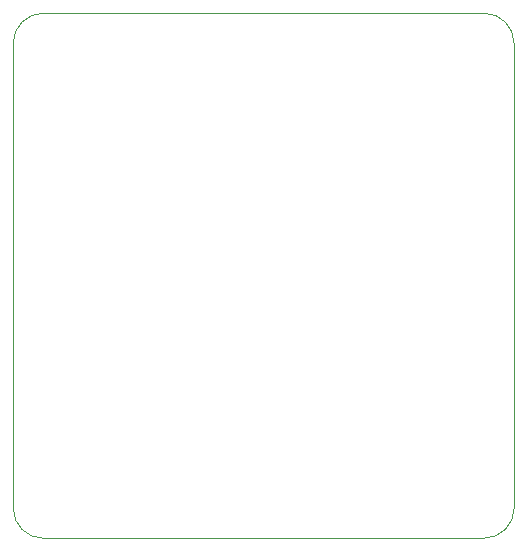
<source format=gbr>
G04 #@! TF.GenerationSoftware,KiCad,Pcbnew,5.1.6-c6e7f7d~87~ubuntu20.04.1*
G04 #@! TF.CreationDate,2020-10-16T00:20:04+02:00*
G04 #@! TF.ProjectId,soil_humidity_module,736f696c-5f68-4756-9d69-646974795f6d,rev?*
G04 #@! TF.SameCoordinates,Original*
G04 #@! TF.FileFunction,Profile,NP*
%FSLAX46Y46*%
G04 Gerber Fmt 4.6, Leading zero omitted, Abs format (unit mm)*
G04 Created by KiCad (PCBNEW 5.1.6-c6e7f7d~87~ubuntu20.04.1) date 2020-10-16 00:20:04*
%MOMM*%
%LPD*%
G01*
G04 APERTURE LIST*
G04 #@! TA.AperFunction,Profile*
%ADD10C,0.100000*%
G04 #@! TD*
G04 APERTURE END LIST*
D10*
X175260000Y-126365000D02*
G75*
G02*
X172720000Y-128905000I-2540000J0D01*
G01*
X135382000Y-128905000D02*
G75*
G02*
X132842000Y-126365000I0J2540000D01*
G01*
X172720000Y-84455000D02*
G75*
G02*
X175260000Y-86995000I0J-2540000D01*
G01*
X132842000Y-86995000D02*
G75*
G02*
X135382000Y-84455000I2540000J0D01*
G01*
X132842000Y-126365000D02*
X132842000Y-86995000D01*
X172720000Y-128905000D02*
X135382000Y-128905000D01*
X175260000Y-86995000D02*
X175260000Y-126365000D01*
X135382000Y-84455000D02*
X172720000Y-84455000D01*
M02*

</source>
